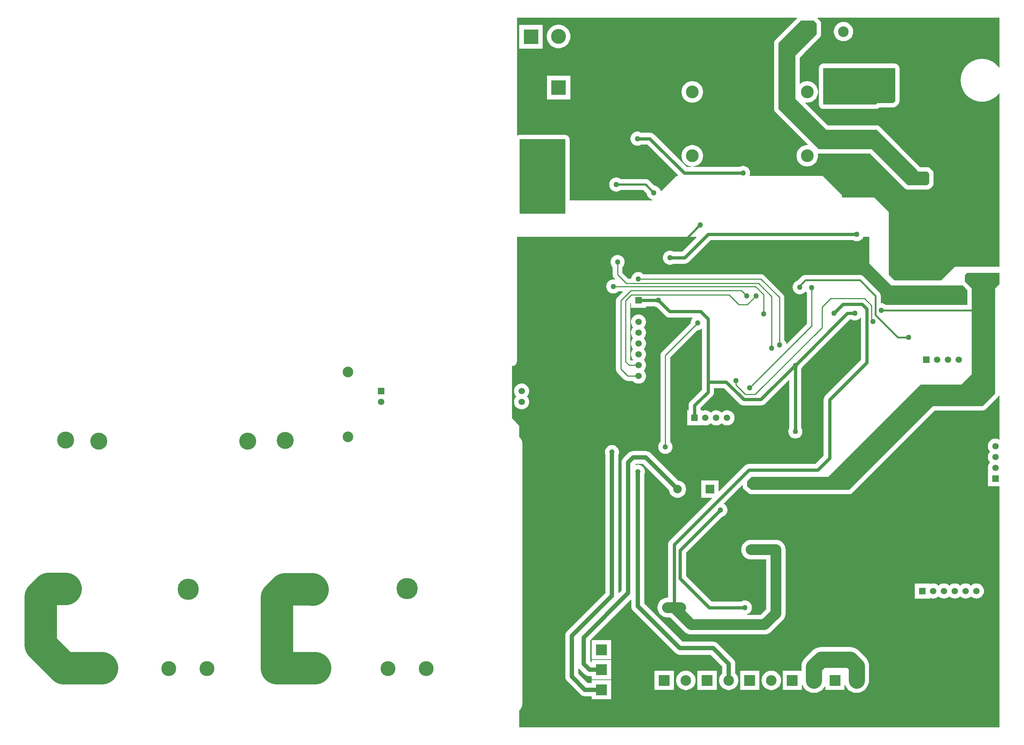
<source format=gbl>
G04 Layer_Physical_Order=2*
G04 Layer_Color=16711680*
%FSLAX25Y25*%
%MOIN*%
G70*
G01*
G75*
%ADD15R,0.13780X0.13780*%
%ADD18R,0.07874X0.07874*%
%ADD48C,0.02000*%
%ADD49C,0.03000*%
%ADD50C,0.00900*%
%ADD54C,0.01500*%
%ADD56C,0.10000*%
%ADD57C,0.04000*%
%ADD59C,0.30000*%
%ADD61C,0.15000*%
%ADD63C,0.09843*%
%ADD64R,0.09843X0.09843*%
%ADD65C,0.13780*%
%ADD66C,0.05906*%
%ADD67R,0.05906X0.05906*%
%ADD68R,0.05906X0.05906*%
%ADD69C,0.07874*%
%ADD70C,0.11811*%
%ADD71C,0.15748*%
%ADD72C,0.05000*%
%ADD73C,0.19685*%
G36*
X-380094Y417761D02*
Y349124D01*
X-380234D01*
X-380238Y349114D01*
X-421969D01*
X-421979Y349124D01*
X-422032D01*
X-422032Y349178D01*
X-422322Y349468D01*
X-422224Y417864D01*
X-380197D01*
X-380094Y417761D01*
D02*
G37*
G36*
X-148110Y525394D02*
X-147717Y525000D01*
Y518405D01*
Y514665D01*
X-161890Y500492D01*
X-167303Y495079D01*
Y465748D01*
Y455020D01*
X-148504Y436221D01*
X-138858Y426575D01*
X-93287D01*
X-92008Y426575D01*
X-55098Y389222D01*
X-53786Y387894D01*
X-45354Y387894D01*
X-43583Y386122D01*
Y378150D01*
X-43583Y377264D01*
X-45551Y375295D01*
X-63366D01*
X-70157Y382087D01*
X-81575Y393504D01*
X-96634Y408563D01*
X-145748D01*
X-172323Y435138D01*
X-182953Y445768D01*
Y507087D01*
X-182854D01*
X-162284Y527658D01*
X-150374D01*
X-148110Y525394D01*
D02*
G37*
G36*
X21465Y283846D02*
X17244Y279625D01*
Y276083D01*
Y260335D01*
X17244Y182501D01*
X5806Y171063D01*
X-40335D01*
X-117795Y93602D01*
X-162776Y93602D01*
X-207953D01*
X-211914Y96752D01*
Y101501D01*
X-207953Y105463D01*
X-189400Y105463D01*
X-161890Y105463D01*
X-137037D01*
X-51663Y190837D01*
X-13968Y190837D01*
X-4214Y200591D01*
Y279625D01*
X-9528Y285335D01*
X-10610Y286417D01*
Y292224D01*
X-8445Y294390D01*
X21465D01*
Y283846D01*
D02*
G37*
G36*
X-99094Y303051D02*
X-78770Y282726D01*
X-12625D01*
X-12432Y282533D01*
X-8248Y278038D01*
Y264535D01*
X-83663D01*
X-84442Y265175D01*
X-85571Y265778D01*
X-86797Y266150D01*
X-88071Y266276D01*
X-88398Y266572D01*
Y273031D01*
X-88561Y274271D01*
X-89040Y275427D01*
X-89801Y276419D01*
X-104368Y290986D01*
X-105360Y291748D01*
X-106516Y292226D01*
X-107756Y292389D01*
X-158150D01*
X-159390Y292226D01*
X-160545Y291748D01*
X-161537Y290986D01*
X-165461Y287063D01*
X-165866Y286940D01*
X-166995Y286336D01*
X-167985Y285524D01*
X-168797Y284534D01*
X-169400Y283405D01*
X-169772Y282180D01*
X-169898Y280906D01*
X-169772Y279631D01*
X-169400Y278406D01*
X-168797Y277277D01*
X-167985Y276287D01*
X-166995Y275475D01*
X-165866Y274871D01*
X-164640Y274500D01*
X-163366Y274374D01*
X-162092Y274500D01*
X-160867Y274871D01*
X-159737Y275475D01*
X-158748Y276287D01*
X-158248Y276895D01*
X-157713Y276884D01*
X-157643Y276845D01*
X-156862Y275893D01*
X-156732Y275787D01*
Y247233D01*
X-175302Y228663D01*
X-175801Y228872D01*
X-176131Y229960D01*
X-176735Y231089D01*
X-177547Y232079D01*
X-177677Y232186D01*
Y271457D01*
X-177677Y271457D01*
X-177830Y272618D01*
X-178278Y273701D01*
X-178992Y274630D01*
X-196019Y291658D01*
X-196949Y292371D01*
X-198031Y292820D01*
X-199193Y292973D01*
X-307854D01*
X-307960Y293103D01*
X-308950Y293915D01*
X-310079Y294518D01*
X-311304Y294890D01*
X-312579Y295016D01*
X-313853Y294890D01*
X-315078Y294518D01*
X-316207Y293915D01*
X-317197Y293103D01*
X-318009Y292113D01*
X-318613Y290984D01*
X-318985Y289758D01*
X-319057Y289023D01*
X-321927D01*
X-327283Y294379D01*
Y299606D01*
X-327153Y299712D01*
X-326341Y300702D01*
X-325737Y301831D01*
X-325366Y303057D01*
X-325240Y304331D01*
X-325366Y305605D01*
X-325737Y306830D01*
X-326341Y307959D01*
X-327153Y308949D01*
X-328143Y309761D01*
X-329272Y310365D01*
X-330497Y310737D01*
X-331772Y310862D01*
X-333046Y310737D01*
X-334271Y310365D01*
X-335400Y309761D01*
X-336390Y308949D01*
X-337202Y307959D01*
X-337806Y306830D01*
X-338178Y305605D01*
X-338303Y304331D01*
X-338178Y303057D01*
X-337806Y301831D01*
X-337202Y300702D01*
X-336390Y299712D01*
X-336260Y299606D01*
Y292520D01*
X-336107Y291358D01*
X-335659Y290276D01*
X-334945Y289346D01*
X-334105Y288506D01*
X-334363Y288077D01*
X-334435Y288099D01*
X-335709Y288224D01*
X-336983Y288099D01*
X-338208Y287727D01*
X-339337Y287124D01*
X-340327Y286311D01*
X-341139Y285322D01*
X-341743Y284192D01*
X-342115Y282967D01*
X-342240Y281693D01*
X-342115Y280419D01*
X-341743Y279193D01*
X-341139Y278064D01*
X-340327Y277075D01*
X-339337Y276262D01*
X-338208Y275659D01*
X-336983Y275287D01*
X-335709Y275162D01*
X-334435Y275287D01*
X-333209Y275659D01*
X-332080Y276262D01*
X-331090Y277075D01*
X-330983Y277204D01*
X-327119D01*
X-326928Y276743D01*
X-331894Y271776D01*
X-332608Y270847D01*
X-333056Y269764D01*
X-333209Y268602D01*
Y205118D01*
X-333056Y203956D01*
X-332608Y202874D01*
X-331894Y201944D01*
X-325615Y195665D01*
X-324685Y194951D01*
X-323603Y194503D01*
X-322441Y194350D01*
X-317693D01*
X-317322Y193898D01*
X-316263Y193030D01*
X-315055Y192384D01*
X-313745Y191986D01*
X-312382Y191852D01*
X-311019Y191986D01*
X-309708Y192384D01*
X-308501Y193030D01*
X-307442Y193898D01*
X-306573Y194957D01*
X-305927Y196165D01*
X-305530Y197476D01*
X-305396Y198839D01*
X-305530Y200202D01*
X-305927Y201512D01*
X-306573Y202720D01*
X-307183Y203464D01*
X-307406Y203839D01*
X-307183Y204213D01*
X-306573Y204957D01*
X-305927Y206165D01*
X-305530Y207476D01*
X-305396Y208839D01*
X-305530Y210202D01*
X-305927Y211512D01*
X-306573Y212720D01*
X-307183Y213464D01*
X-307406Y213839D01*
X-307183Y214213D01*
X-306573Y214957D01*
X-305927Y216165D01*
X-305530Y217476D01*
X-305396Y218839D01*
X-305530Y220201D01*
X-305927Y221512D01*
X-306573Y222720D01*
X-307183Y223464D01*
X-307406Y223839D01*
X-307183Y224213D01*
X-306573Y224957D01*
X-305927Y226165D01*
X-305530Y227476D01*
X-305396Y228839D01*
X-305530Y230202D01*
X-305927Y231512D01*
X-306573Y232720D01*
X-307183Y233464D01*
X-307406Y233839D01*
X-307183Y234213D01*
X-306573Y234957D01*
X-305927Y236165D01*
X-305530Y237476D01*
X-305396Y238839D01*
X-305530Y240201D01*
X-305927Y241512D01*
X-306573Y242720D01*
X-307183Y243464D01*
X-307406Y243839D01*
X-307183Y244213D01*
X-306573Y244957D01*
X-305927Y246165D01*
X-305530Y247476D01*
X-305396Y248839D01*
X-305530Y250202D01*
X-305927Y251512D01*
X-306573Y252720D01*
X-307442Y253779D01*
X-308501Y254647D01*
X-309708Y255293D01*
X-311019Y255691D01*
X-312382Y255825D01*
X-313745Y255691D01*
X-315055Y255293D01*
X-316263Y254647D01*
X-317322Y253779D01*
X-318191Y252720D01*
X-318836Y251512D01*
X-319234Y250202D01*
X-319368Y248839D01*
X-319234Y247476D01*
X-318836Y246165D01*
X-318191Y244957D01*
X-317581Y244213D01*
X-317358Y243839D01*
X-317581Y243464D01*
X-318191Y242720D01*
X-318836Y241512D01*
X-319234Y240201D01*
X-319368Y238839D01*
X-319234Y237476D01*
X-318836Y236165D01*
X-318191Y234957D01*
X-317581Y234213D01*
X-317358Y233839D01*
X-317581Y233464D01*
X-318191Y232720D01*
X-318836Y231512D01*
X-319234Y230202D01*
X-319368Y228839D01*
X-319234Y227476D01*
X-318836Y226165D01*
X-318191Y224957D01*
X-317581Y224213D01*
X-317358Y223839D01*
X-317581Y223464D01*
X-318191Y222720D01*
X-318836Y221512D01*
X-319234Y220201D01*
X-319368Y218839D01*
X-319234Y217476D01*
X-318836Y216165D01*
X-318191Y214957D01*
X-317581Y214213D01*
X-317358Y213839D01*
X-317581Y213464D01*
X-317693Y213327D01*
X-319263D01*
X-319901Y213966D01*
Y266252D01*
X-319835Y266296D01*
X-319335Y266029D01*
Y261886D01*
X-305429D01*
Y263291D01*
X-297460D01*
X-296476Y262765D01*
X-295488Y262465D01*
X-287564Y254542D01*
X-286416Y253660D01*
X-285078Y253106D01*
X-283642Y252917D01*
X-283642Y252917D01*
X-262540D01*
X-262440Y252637D01*
X-262404Y252417D01*
X-263187Y251463D01*
X-263790Y250334D01*
X-264162Y249109D01*
X-264287Y247835D01*
X-264271Y247667D01*
X-290753Y221186D01*
X-291466Y220256D01*
X-291914Y219174D01*
X-292067Y218012D01*
Y138091D01*
X-292197Y137985D01*
X-293009Y136995D01*
X-293613Y135866D01*
X-293985Y134640D01*
X-294110Y133366D01*
X-293985Y132092D01*
X-293613Y130867D01*
X-293009Y129737D01*
X-292197Y128748D01*
X-291207Y127935D01*
X-290078Y127332D01*
X-288853Y126960D01*
X-287579Y126835D01*
X-286304Y126960D01*
X-285079Y127332D01*
X-283950Y127935D01*
X-282960Y128748D01*
X-282148Y129737D01*
X-281544Y130867D01*
X-281173Y132092D01*
X-281047Y133366D01*
X-281173Y134640D01*
X-281544Y135866D01*
X-282148Y136995D01*
X-282960Y137985D01*
X-283090Y138091D01*
Y216153D01*
X-257923Y241320D01*
X-257756Y241303D01*
X-256482Y241429D01*
X-255256Y241800D01*
X-254158Y242388D01*
X-253882Y242311D01*
X-253658Y242205D01*
Y193209D01*
Y186353D01*
X-264454Y175557D01*
X-265336Y174408D01*
X-265890Y173070D01*
X-266079Y171634D01*
Y167189D01*
X-267484D01*
Y153284D01*
X-253579D01*
Y153491D01*
X-253079Y153743D01*
X-251894Y153384D01*
X-250532Y153250D01*
X-249168Y153384D01*
X-247858Y153782D01*
X-246650Y154427D01*
X-245906Y155038D01*
X-245532Y155261D01*
X-245157Y155038D01*
X-244413Y154427D01*
X-243205Y153782D01*
X-241895Y153384D01*
X-240531Y153250D01*
X-239169Y153384D01*
X-237858Y153782D01*
X-236650Y154427D01*
X-235906Y155038D01*
X-235531Y155261D01*
X-235157Y155038D01*
X-234413Y154427D01*
X-233205Y153782D01*
X-231894Y153384D01*
X-230532Y153250D01*
X-229169Y153384D01*
X-227858Y153782D01*
X-226650Y154427D01*
X-225591Y155296D01*
X-224723Y156355D01*
X-224077Y157563D01*
X-223679Y158873D01*
X-223545Y160236D01*
X-223679Y161599D01*
X-224077Y162910D01*
X-224723Y164118D01*
X-225591Y165176D01*
X-226650Y166045D01*
X-227858Y166691D01*
X-229169Y167088D01*
X-230532Y167223D01*
X-231894Y167088D01*
X-233205Y166691D01*
X-234413Y166045D01*
X-235157Y165435D01*
X-235531Y165212D01*
X-235906Y165435D01*
X-236650Y166045D01*
X-237858Y166691D01*
X-239169Y167088D01*
X-240531Y167223D01*
X-241895Y167088D01*
X-243205Y166691D01*
X-244413Y166045D01*
X-245157Y165435D01*
X-245532Y165212D01*
X-245906Y165435D01*
X-246650Y166045D01*
X-247858Y166691D01*
X-249168Y167088D01*
X-250532Y167223D01*
X-251894Y167088D01*
X-253079Y166729D01*
X-253579Y166982D01*
Y167189D01*
X-254984D01*
Y169336D01*
X-244188Y180132D01*
X-244188Y180132D01*
X-243306Y181281D01*
X-242752Y182619D01*
X-242563Y184055D01*
Y187661D01*
X-233479D01*
X-219060Y173243D01*
X-219060Y173243D01*
X-217912Y172361D01*
X-216574Y171807D01*
X-215138Y171618D01*
X-199193D01*
X-197757Y171807D01*
X-196419Y172361D01*
X-195270Y173243D01*
X-173411Y195102D01*
X-172949Y194911D01*
Y150950D01*
X-173436Y150039D01*
X-173808Y148813D01*
X-173933Y147539D01*
X-173808Y146265D01*
X-173436Y145040D01*
X-172832Y143911D01*
X-172020Y142921D01*
X-171030Y142109D01*
X-169901Y141505D01*
X-168676Y141133D01*
X-167402Y141008D01*
X-166127Y141133D01*
X-164902Y141505D01*
X-163773Y142109D01*
X-162783Y142921D01*
X-161971Y143911D01*
X-161367Y145040D01*
X-160996Y146265D01*
X-160870Y147539D01*
X-160996Y148813D01*
X-161367Y150039D01*
X-161854Y150950D01*
Y205251D01*
X-161367Y206162D01*
X-161068Y207150D01*
X-116915Y251303D01*
X-115792D01*
X-114882Y250816D01*
X-113656Y250444D01*
X-112382Y250319D01*
X-111108Y250444D01*
X-109882Y250816D01*
X-108753Y251420D01*
X-107764Y252232D01*
X-107307Y252788D01*
X-106807Y252609D01*
Y213715D01*
X-139631Y180891D01*
X-140513Y179742D01*
X-141067Y178404D01*
X-141256Y176969D01*
Y125329D01*
X-149128Y117457D01*
X-210512D01*
X-210512Y117457D01*
X-211948Y117268D01*
X-213285Y116714D01*
X-214435Y115832D01*
X-238038Y92229D01*
X-238500Y92420D01*
Y102130D01*
X-254374D01*
Y86256D01*
X-244664D01*
X-244473Y85794D01*
X-283431Y46836D01*
X-284312Y45687D01*
X-284866Y44349D01*
X-285055Y42913D01*
Y-6212D01*
X-285807D01*
X-287571Y-6386D01*
X-289268Y-6901D01*
X-290831Y-7737D01*
X-292202Y-8861D01*
X-293326Y-10232D01*
X-294162Y-11795D01*
X-294677Y-13492D01*
X-294851Y-15256D01*
X-294677Y-17020D01*
X-294162Y-18717D01*
X-293326Y-20280D01*
X-292202Y-21651D01*
X-290831Y-22775D01*
X-289268Y-23611D01*
X-287571Y-24126D01*
X-285807Y-24299D01*
X-283352D01*
X-270155Y-37497D01*
X-270155Y-37497D01*
X-268784Y-38622D01*
X-267221Y-39457D01*
X-265524Y-39972D01*
X-263760Y-40146D01*
X-263760Y-40146D01*
X-195945D01*
X-195945Y-40146D01*
X-194181Y-39972D01*
X-192484Y-39457D01*
X-190921Y-38622D01*
X-189550Y-37497D01*
X-179019Y-26966D01*
X-179019Y-26966D01*
X-177894Y-25595D01*
X-177058Y-24032D01*
X-176544Y-22335D01*
X-176370Y-20571D01*
X-176370Y-20571D01*
Y38287D01*
X-176544Y40052D01*
X-177058Y41748D01*
X-177894Y43312D01*
X-179019Y44682D01*
X-180389Y45807D01*
X-181953Y46643D01*
X-183649Y47157D01*
X-185413Y47331D01*
X-208445D01*
X-210209Y47157D01*
X-211906Y46643D01*
X-213469Y45807D01*
X-214840Y44682D01*
X-215964Y43312D01*
X-216800Y41748D01*
X-217315Y40052D01*
X-217489Y38287D01*
X-217315Y36523D01*
X-216800Y34827D01*
X-215964Y33263D01*
X-214840Y31893D01*
X-213469Y30768D01*
X-211906Y29932D01*
X-210209Y29418D01*
X-208445Y29244D01*
X-194457D01*
Y-16825D01*
X-199691Y-22059D01*
X-212367D01*
X-212441Y-21559D01*
X-211556Y-21290D01*
X-210426Y-20687D01*
X-209437Y-19874D01*
X-208624Y-18885D01*
X-208021Y-17755D01*
X-207649Y-16530D01*
X-207524Y-15256D01*
X-207649Y-13982D01*
X-208021Y-12756D01*
X-208624Y-11627D01*
X-209437Y-10638D01*
X-210426Y-9825D01*
X-211556Y-9222D01*
X-212781Y-8850D01*
X-214055Y-8725D01*
X-215329Y-8850D01*
X-216555Y-9222D01*
X-217465Y-9708D01*
X-244730D01*
X-268413Y13975D01*
Y35336D01*
X-235182Y68568D01*
X-234193Y68867D01*
X-233064Y69471D01*
X-232074Y70283D01*
X-231262Y71273D01*
X-230659Y72402D01*
X-230287Y73627D01*
X-230161Y74902D01*
X-230287Y76176D01*
X-230659Y77401D01*
X-231262Y78530D01*
X-232074Y79520D01*
X-233064Y80332D01*
X-233463Y80545D01*
X-233536Y81040D01*
X-216411Y98165D01*
X-215949Y97974D01*
Y96752D01*
X-215919Y96524D01*
X-215923Y96294D01*
X-215850Y96004D01*
X-215811Y95708D01*
X-215723Y95495D01*
X-215668Y95272D01*
X-215523Y95011D01*
X-215408Y94735D01*
X-215268Y94552D01*
X-215157Y94351D01*
X-214949Y94136D01*
X-214767Y93899D01*
X-214585Y93759D01*
X-214425Y93594D01*
X-210464Y90444D01*
X-210207Y90290D01*
X-209970Y90108D01*
X-209758Y90020D01*
X-209561Y89902D01*
X-209273Y89820D01*
X-208997Y89705D01*
X-208769Y89675D01*
X-208548Y89612D01*
X-208249Y89607D01*
X-207953Y89568D01*
X-162776D01*
X-117795Y89568D01*
X-116751Y89705D01*
X-115778Y90108D01*
X-114942Y90750D01*
X-114942Y90750D01*
X-38664Y167028D01*
X5806D01*
X6850Y167166D01*
X7823Y167569D01*
X8659Y168210D01*
X8659Y168210D01*
X20097Y179648D01*
X20097Y179648D01*
X20738Y180484D01*
X20965Y181032D01*
X21465Y180933D01*
Y140331D01*
X20965Y140032D01*
X20174Y140455D01*
X18863Y140852D01*
X17500Y140986D01*
X16137Y140852D01*
X14827Y140455D01*
X13619Y139809D01*
X12560Y138940D01*
X11691Y137881D01*
X11045Y136674D01*
X10648Y135363D01*
X10514Y134000D01*
X10648Y132637D01*
X11045Y131326D01*
X11691Y130119D01*
X12302Y129375D01*
X12524Y129000D01*
X12302Y128625D01*
X11691Y127881D01*
X11045Y126674D01*
X10648Y125363D01*
X10514Y124000D01*
X10648Y122637D01*
X11045Y121326D01*
X11691Y120119D01*
X12302Y119375D01*
X12524Y119000D01*
X12302Y118625D01*
X11691Y117881D01*
X11045Y116674D01*
X10648Y115363D01*
X10514Y114000D01*
X10648Y112637D01*
X11007Y111453D01*
X10755Y110953D01*
X10547D01*
Y97047D01*
X21465D01*
Y-125973D01*
X-422520D01*
Y-123130D01*
Y-110432D01*
X-422286Y-110198D01*
X-422046Y-109885D01*
X-421785Y-109587D01*
X-421031Y-108458D01*
X-420856Y-108104D01*
X-420658Y-107761D01*
X-420138Y-106507D01*
X-420036Y-106125D01*
X-419909Y-105750D01*
X-419644Y-104419D01*
X-419618Y-104024D01*
X-419566Y-103631D01*
Y-102953D01*
Y135039D01*
Y135718D01*
X-419618Y136110D01*
X-419644Y136505D01*
X-419909Y137837D01*
X-420036Y138211D01*
X-420138Y138593D01*
X-420658Y139848D01*
X-420856Y140190D01*
X-421031Y140545D01*
X-421785Y141674D01*
X-422046Y141971D01*
X-422286Y142285D01*
X-422520Y142518D01*
Y153051D01*
X-425571Y156102D01*
X-429311Y159843D01*
Y208158D01*
X-428136Y208313D01*
X-427042Y208766D01*
X-426102Y209487D01*
X-425380Y210427D01*
X-424927Y211522D01*
X-424772Y212697D01*
Y327461D01*
X-258971D01*
X-258780Y326999D01*
X-271963Y313815D01*
X-279936D01*
X-280847Y314302D01*
X-282072Y314674D01*
X-283347Y314799D01*
X-284621Y314674D01*
X-285846Y314302D01*
X-286975Y313698D01*
X-287965Y312886D01*
X-288777Y311896D01*
X-289381Y310767D01*
X-289752Y309542D01*
X-289878Y308268D01*
X-289752Y306994D01*
X-289381Y305768D01*
X-288777Y304639D01*
X-287965Y303649D01*
X-286975Y302837D01*
X-285846Y302233D01*
X-284621Y301862D01*
X-283347Y301736D01*
X-282072Y301862D01*
X-280847Y302233D01*
X-279936Y302720D01*
X-269665D01*
X-268230Y302909D01*
X-266892Y303464D01*
X-265743Y304345D01*
X-245616Y324472D01*
X-114021D01*
X-113110Y323985D01*
X-111884Y323614D01*
X-110610Y323488D01*
X-109336Y323614D01*
X-108111Y323985D01*
X-106982Y324589D01*
X-105992Y325401D01*
X-105180Y326391D01*
X-104608Y327461D01*
X-99094D01*
X-99094Y303051D01*
D02*
G37*
G36*
X21465Y484365D02*
X20987Y484220D01*
X20839Y484441D01*
X19132Y486388D01*
X17185Y488095D01*
X15033Y489533D01*
X12711Y490678D01*
X10260Y491510D01*
X7721Y492015D01*
X5138Y492184D01*
X2555Y492015D01*
X16Y491510D01*
X-2436Y490678D01*
X-4758Y489533D01*
X-6910Y488095D01*
X-8856Y486388D01*
X-10563Y484441D01*
X-12001Y482289D01*
X-13146Y479967D01*
X-13978Y477516D01*
X-14483Y474977D01*
X-14653Y472394D01*
X-14483Y469811D01*
X-13978Y467272D01*
X-13146Y464820D01*
X-12001Y462499D01*
X-10563Y460346D01*
X-8856Y458400D01*
X-6910Y456693D01*
X-4758Y455255D01*
X-2436Y454110D01*
X16Y453278D01*
X2555Y452773D01*
X5138Y452603D01*
X7721Y452773D01*
X10260Y453278D01*
X12711Y454110D01*
X15033Y455255D01*
X17185Y456693D01*
X19132Y458400D01*
X20839Y460346D01*
X20987Y460568D01*
X21465Y460423D01*
Y299902D01*
X-19961D01*
X-32559Y287303D01*
X-75669D01*
Y287303D01*
D01*
X-81083Y292717D01*
Y350492D01*
X-94468Y363878D01*
X-124488D01*
Y366437D01*
X-142106Y384055D01*
X-142303Y383858D01*
X-209307D01*
X-209620Y384358D01*
X-209322Y385340D01*
X-209197Y386614D01*
X-209322Y387888D01*
X-209694Y389114D01*
X-210298Y390243D01*
X-211110Y391233D01*
X-212100Y392045D01*
X-213229Y392649D01*
X-214454Y393020D01*
X-215728Y393146D01*
X-217003Y393020D01*
X-218228Y392649D01*
X-219139Y392162D01*
X-262085D01*
X-262109Y392662D01*
X-260735Y392797D01*
X-258868Y393363D01*
X-257147Y394283D01*
X-255639Y395521D01*
X-254401Y397029D01*
X-253481Y398750D01*
X-252915Y400617D01*
X-252724Y402559D01*
X-252915Y404501D01*
X-253481Y406368D01*
X-254401Y408089D01*
X-255639Y409597D01*
X-257147Y410835D01*
X-258868Y411755D01*
X-260735Y412321D01*
X-262677Y412513D01*
X-264619Y412321D01*
X-266486Y411755D01*
X-268207Y410835D01*
X-269715Y409597D01*
X-270953Y408089D01*
X-271873Y406368D01*
X-272439Y404501D01*
X-272631Y402559D01*
X-272439Y400617D01*
X-271873Y398750D01*
X-270953Y397029D01*
X-269715Y395521D01*
X-268207Y394283D01*
X-266486Y393363D01*
X-264619Y392797D01*
X-263245Y392662D01*
X-263270Y392162D01*
X-267761D01*
X-297928Y422328D01*
X-299077Y423210D01*
X-300415Y423764D01*
X-301850Y423953D01*
X-309956D01*
X-310867Y424440D01*
X-312092Y424812D01*
X-313366Y424937D01*
X-314640Y424812D01*
X-315866Y424440D01*
X-316995Y423836D01*
X-317985Y423024D01*
X-318797Y422034D01*
X-319400Y420905D01*
X-319772Y419680D01*
X-319898Y418405D01*
X-319772Y417131D01*
X-319400Y415906D01*
X-318797Y414777D01*
X-317985Y413787D01*
X-316995Y412975D01*
X-315866Y412371D01*
X-314640Y412000D01*
X-313366Y411874D01*
X-312092Y412000D01*
X-310867Y412371D01*
X-309956Y412858D01*
X-304148D01*
X-275610Y384320D01*
X-275802Y383858D01*
X-277343D01*
X-291336Y369865D01*
X-291902Y370006D01*
X-292174Y370905D01*
X-292778Y372034D01*
X-293590Y373024D01*
X-294580Y373836D01*
X-295709Y374440D01*
X-296935Y374812D01*
X-297652Y374882D01*
X-302280Y379511D01*
X-303325Y380312D01*
X-304541Y380816D01*
X-305847Y380988D01*
X-328813D01*
X-329285Y381376D01*
X-330414Y381979D01*
X-331639Y382351D01*
X-332913Y382476D01*
X-334188Y382351D01*
X-335413Y381979D01*
X-336542Y381376D01*
X-337532Y380563D01*
X-338344Y379573D01*
X-338948Y378444D01*
X-339319Y377219D01*
X-339445Y375945D01*
X-339319Y374671D01*
X-338948Y373445D01*
X-338344Y372316D01*
X-337532Y371326D01*
X-336542Y370514D01*
X-335413Y369911D01*
X-334188Y369539D01*
X-332913Y369413D01*
X-331639Y369539D01*
X-330414Y369911D01*
X-329285Y370514D01*
X-328813Y370902D01*
X-307935D01*
X-304664Y367630D01*
X-304615Y367131D01*
X-304243Y365906D01*
X-303639Y364777D01*
X-302827Y363787D01*
X-301837Y362975D01*
X-300708Y362371D01*
X-299809Y362099D01*
X-299684Y361598D01*
X-300011Y361221D01*
X-376059D01*
Y417761D01*
X-376197Y418805D01*
X-376600Y419778D01*
X-377241Y420614D01*
X-377241Y420614D01*
X-377344Y420717D01*
X-378180Y421358D01*
X-379153Y421761D01*
X-380197Y421899D01*
X-380197Y421899D01*
X-422224D01*
X-422230Y421898D01*
X-422236Y421899D01*
X-422750Y421830D01*
X-423263Y421763D01*
X-423266Y421762D01*
X-423269Y421761D01*
X-423274Y421759D01*
X-423279Y421758D01*
X-423759Y421558D01*
X-424237Y421361D01*
X-424239Y421359D01*
X-424242Y421358D01*
X-424246Y421355D01*
X-424251Y421352D01*
X-424272Y421337D01*
X-424772Y421582D01*
Y530304D01*
X-165996D01*
X-165805Y529842D01*
X-185383Y510264D01*
X-185806Y509939D01*
X-186447Y509104D01*
X-186850Y508131D01*
X-186987Y507087D01*
Y445768D01*
X-186987Y445768D01*
X-186850Y444724D01*
X-186447Y443750D01*
X-185806Y442915D01*
X-185806Y442915D01*
X-175176Y432285D01*
X-175176Y432285D01*
X-155822Y412931D01*
X-156035Y412479D01*
X-156378Y412513D01*
X-158320Y412321D01*
X-160187Y411755D01*
X-161908Y410835D01*
X-163416Y409597D01*
X-164654Y408089D01*
X-165574Y406368D01*
X-166140Y404501D01*
X-166331Y402559D01*
X-166140Y400617D01*
X-165574Y398750D01*
X-164654Y397029D01*
X-163416Y395521D01*
X-161908Y394283D01*
X-160187Y393363D01*
X-158320Y392797D01*
X-156378Y392606D01*
X-154436Y392797D01*
X-152569Y393363D01*
X-150848Y394283D01*
X-149340Y395521D01*
X-148102Y397029D01*
X-147182Y398750D01*
X-146616Y400617D01*
X-146424Y402559D01*
X-146580Y404134D01*
X-146134Y404579D01*
X-145748Y404529D01*
X-145748Y404529D01*
X-137258D01*
X-136890Y404492D01*
X-136521Y404529D01*
X-98305D01*
X-84428Y390651D01*
X-73010Y379234D01*
X-66219Y372442D01*
X-65383Y371801D01*
X-64410Y371398D01*
X-63366Y371261D01*
X-63366Y371261D01*
X-45551D01*
X-44507Y371398D01*
X-43534Y371801D01*
X-42698Y372442D01*
X-42698Y372443D01*
X-40730Y374411D01*
X-40730Y374411D01*
X-40089Y375247D01*
X-39836Y375857D01*
X-39686Y376220D01*
X-39686Y376220D01*
X-39636Y376595D01*
X-39548Y377264D01*
X-39548Y377264D01*
X-39548Y378150D01*
Y386122D01*
X-39608Y386573D01*
X-39686Y387166D01*
X-40089Y388139D01*
X-40089Y388139D01*
X-40730Y388975D01*
X-40730Y388975D01*
X-42501Y390746D01*
X-42501Y390746D01*
X-43049Y391166D01*
X-43337Y391388D01*
X-43337Y391388D01*
X-43337Y391388D01*
X-43817Y391587D01*
X-44310Y391791D01*
X-44310Y391791D01*
X-44310Y391791D01*
X-44594Y391828D01*
X-45354Y391928D01*
X-45354Y391928D01*
X-52100Y391928D01*
X-52228Y392058D01*
X-52229Y392058D01*
X-52229Y392058D01*
X-89138Y429411D01*
X-89148Y429418D01*
X-89155Y429428D01*
X-89564Y429741D01*
X-89970Y430057D01*
X-89981Y430061D01*
X-89991Y430069D01*
X-90466Y430266D01*
X-90940Y430466D01*
X-90952Y430467D01*
X-90964Y430472D01*
X-91474Y430539D01*
X-91984Y430609D01*
X-91996Y430608D01*
X-92008Y430609D01*
X-93287Y430609D01*
X-137187D01*
X-145651Y439073D01*
X-145651Y439073D01*
X-157885Y451307D01*
X-157657Y451787D01*
X-156378Y451661D01*
X-154436Y451852D01*
X-152569Y452418D01*
X-150848Y453338D01*
X-149340Y454576D01*
X-148102Y456084D01*
X-147182Y457805D01*
X-146616Y459672D01*
X-146424Y461614D01*
X-146616Y463556D01*
X-147182Y465423D01*
X-148102Y467144D01*
X-149340Y468652D01*
X-150848Y469890D01*
X-152569Y470810D01*
X-154436Y471376D01*
X-156378Y471568D01*
X-158320Y471376D01*
X-160187Y470810D01*
X-161908Y469890D01*
X-162817Y469144D01*
X-163269Y469358D01*
Y493408D01*
X-159037Y497639D01*
X-159037Y497639D01*
X-144864Y511812D01*
X-144223Y512648D01*
X-143819Y513621D01*
X-143682Y514665D01*
X-143682Y514665D01*
Y518405D01*
Y525000D01*
X-143682Y525000D01*
X-143819Y526044D01*
X-144223Y527017D01*
X-144864Y527853D01*
X-144864Y527853D01*
X-145257Y528246D01*
X-146853Y529842D01*
X-146661Y530304D01*
X21465D01*
Y484365D01*
D02*
G37*
%LPC*%
G36*
X-200665Y-73669D02*
X-218508D01*
Y-91512D01*
X-200665D01*
Y-73669D01*
D02*
G37*
G36*
X-240083D02*
X-257925D01*
Y-91512D01*
X-240083D01*
Y-73669D01*
D02*
G37*
G36*
X0Y6986D02*
X-1363Y6852D01*
X-2674Y6455D01*
X-3881Y5809D01*
X-4625Y5199D01*
X-5000Y4976D01*
X-5375Y5199D01*
X-6119Y5809D01*
X-7326Y6455D01*
X-8637Y6852D01*
X-10000Y6986D01*
X-11363Y6852D01*
X-12674Y6455D01*
X-13881Y5809D01*
X-14625Y5199D01*
X-15000Y4976D01*
X-15375Y5199D01*
X-16119Y5809D01*
X-17326Y6455D01*
X-18637Y6852D01*
X-20000Y6986D01*
X-21363Y6852D01*
X-22674Y6455D01*
X-23881Y5809D01*
X-24625Y5199D01*
X-25000Y4976D01*
X-25375Y5199D01*
X-26119Y5809D01*
X-27326Y6455D01*
X-28637Y6852D01*
X-30000Y6986D01*
X-31363Y6852D01*
X-32674Y6455D01*
X-33881Y5809D01*
X-34625Y5199D01*
X-35000Y4976D01*
X-35375Y5199D01*
X-36119Y5809D01*
X-37326Y6455D01*
X-38637Y6852D01*
X-40000Y6986D01*
X-41363Y6852D01*
X-42547Y6493D01*
X-43047Y6746D01*
Y6953D01*
X-56953D01*
Y-6953D01*
X-43047D01*
Y-6746D01*
X-42547Y-6493D01*
X-41363Y-6852D01*
X-40000Y-6986D01*
X-38637Y-6852D01*
X-37326Y-6455D01*
X-36119Y-5809D01*
X-35375Y-5199D01*
X-35000Y-4976D01*
X-34625Y-5199D01*
X-33881Y-5809D01*
X-32674Y-6455D01*
X-31363Y-6852D01*
X-30000Y-6986D01*
X-28637Y-6852D01*
X-27326Y-6455D01*
X-26119Y-5809D01*
X-25375Y-5199D01*
X-25000Y-4976D01*
X-24625Y-5199D01*
X-23881Y-5809D01*
X-22674Y-6455D01*
X-21363Y-6852D01*
X-20000Y-6986D01*
X-18637Y-6852D01*
X-17326Y-6455D01*
X-16119Y-5809D01*
X-15375Y-5199D01*
X-15000Y-4976D01*
X-14625Y-5199D01*
X-13881Y-5809D01*
X-12674Y-6455D01*
X-11363Y-6852D01*
X-10000Y-6986D01*
X-8637Y-6852D01*
X-7326Y-6455D01*
X-6119Y-5809D01*
X-5375Y-5199D01*
X-5000Y-4976D01*
X-4625Y-5199D01*
X-3881Y-5809D01*
X-2674Y-6455D01*
X-1363Y-6852D01*
X0Y-6986D01*
X1363Y-6852D01*
X2674Y-6455D01*
X3881Y-5809D01*
X4940Y-4940D01*
X5809Y-3881D01*
X6455Y-2674D01*
X6852Y-1363D01*
X6986Y0D01*
X6852Y1363D01*
X6455Y2674D01*
X5809Y3881D01*
X4940Y4940D01*
X3881Y5809D01*
X2674Y6455D01*
X1363Y6852D01*
X0Y6986D01*
D02*
G37*
G36*
X-337811Y-45311D02*
X-355654D01*
Y-63153D01*
X-337811D01*
Y-45311D01*
D02*
G37*
G36*
X-268622Y-73626D02*
X-270371Y-73798D01*
X-272053Y-74308D01*
X-273602Y-75137D01*
X-274961Y-76252D01*
X-276076Y-77610D01*
X-276904Y-79160D01*
X-277414Y-80841D01*
X-277587Y-82590D01*
X-277414Y-84339D01*
X-276904Y-86021D01*
X-276076Y-87571D01*
X-274961Y-88929D01*
X-273602Y-90044D01*
X-272053Y-90873D01*
X-270371Y-91383D01*
X-268622Y-91555D01*
X-266873Y-91383D01*
X-265192Y-90873D01*
X-263642Y-90044D01*
X-262283Y-88929D01*
X-261168Y-87571D01*
X-260340Y-86021D01*
X-259830Y-84339D01*
X-259658Y-82590D01*
X-259830Y-80841D01*
X-260340Y-79160D01*
X-261168Y-77610D01*
X-262283Y-76252D01*
X-263642Y-75137D01*
X-265192Y-74308D01*
X-266873Y-73798D01*
X-268622Y-73626D01*
D02*
G37*
G36*
X-116811Y-51752D02*
X-143484D01*
X-145289Y-51894D01*
X-147049Y-52316D01*
X-148721Y-53009D01*
X-150265Y-53955D01*
X-151641Y-55130D01*
X-158373Y-61863D01*
X-159549Y-63239D01*
X-160495Y-64783D01*
X-161187Y-66455D01*
X-161610Y-68215D01*
X-161752Y-70020D01*
Y-73669D01*
X-179138D01*
Y-91512D01*
X-161295D01*
Y-87201D01*
X-160795Y-87102D01*
X-160495Y-87827D01*
X-159549Y-89371D01*
X-158373Y-90747D01*
X-156997Y-91923D01*
X-155454Y-92869D01*
X-153781Y-93561D01*
X-152021Y-93984D01*
X-150216Y-94126D01*
X-148412Y-93984D01*
X-146652Y-93561D01*
X-144979Y-92869D01*
X-143436Y-91923D01*
X-142060Y-90747D01*
X-140884Y-89371D01*
X-140268Y-88365D01*
X-139768Y-88506D01*
Y-91512D01*
X-121925D01*
Y-87201D01*
X-121425Y-87102D01*
X-121125Y-87827D01*
X-120179Y-89371D01*
X-119003Y-90747D01*
X-117627Y-91923D01*
X-116084Y-92869D01*
X-114411Y-93561D01*
X-112651Y-93984D01*
X-110846Y-94126D01*
X-109042Y-93984D01*
X-107282Y-93561D01*
X-105609Y-92869D01*
X-104066Y-91923D01*
X-102690Y-90747D01*
X-101514Y-89371D01*
X-100568Y-87827D01*
X-99875Y-86155D01*
X-99453Y-84395D01*
X-99311Y-82590D01*
Y-69252D01*
X-99453Y-67447D01*
X-99875Y-65687D01*
X-100568Y-64015D01*
X-101514Y-62471D01*
X-102690Y-61095D01*
X-108654Y-55130D01*
X-110031Y-53955D01*
X-111574Y-53009D01*
X-113246Y-52316D01*
X-115006Y-51894D01*
X-116811Y-51752D01*
D02*
G37*
G36*
X-279701Y-73669D02*
X-297543D01*
Y-91512D01*
X-279701D01*
Y-73669D01*
D02*
G37*
G36*
X-189587Y-73626D02*
X-191335Y-73798D01*
X-193017Y-74308D01*
X-194567Y-75137D01*
X-195925Y-76252D01*
X-197040Y-77610D01*
X-197869Y-79160D01*
X-198379Y-80841D01*
X-198551Y-82590D01*
X-198379Y-84339D01*
X-197869Y-86021D01*
X-197040Y-87571D01*
X-195925Y-88929D01*
X-194567Y-90044D01*
X-193017Y-90873D01*
X-191335Y-91383D01*
X-189587Y-91555D01*
X-187838Y-91383D01*
X-186156Y-90873D01*
X-184606Y-90044D01*
X-183248Y-88929D01*
X-182133Y-87571D01*
X-181305Y-86021D01*
X-180795Y-84339D01*
X-180622Y-82590D01*
X-180795Y-80841D01*
X-181305Y-79160D01*
X-182133Y-77610D01*
X-183248Y-76252D01*
X-184606Y-75137D01*
X-186156Y-74308D01*
X-187838Y-73798D01*
X-189587Y-73626D01*
D02*
G37*
G36*
X-336890Y135012D02*
X-338164Y134886D01*
X-339389Y134514D01*
X-340518Y133911D01*
X-341508Y133099D01*
X-342320Y132109D01*
X-342924Y130980D01*
X-343296Y129754D01*
X-343421Y128480D01*
X-343296Y127206D01*
X-342924Y125981D01*
X-342919Y125971D01*
Y-1735D01*
X-378259Y-37075D01*
X-379009Y-37989D01*
X-379566Y-39031D01*
X-379909Y-40162D01*
X-380025Y-41339D01*
Y-79134D01*
X-379909Y-80310D01*
X-379566Y-81441D01*
X-379009Y-82483D01*
X-378259Y-83397D01*
X-366153Y-95503D01*
X-365240Y-96253D01*
X-364197Y-96810D01*
X-363066Y-97153D01*
X-361890Y-97269D01*
X-355654D01*
Y-100161D01*
X-337811D01*
Y-82319D01*
X-355654D01*
Y-85211D01*
X-359393D01*
X-367967Y-76637D01*
Y-71557D01*
X-367496Y-71388D01*
X-367334Y-71586D01*
X-361921Y-76999D01*
X-361921Y-76999D01*
X-361007Y-77749D01*
X-359965Y-78306D01*
X-358834Y-78649D01*
X-357658Y-78765D01*
X-357657Y-78765D01*
X-355654D01*
Y-81657D01*
X-337811D01*
Y-63815D01*
X-355654D01*
Y-65561D01*
X-356116Y-65752D01*
X-357042Y-64825D01*
Y-45411D01*
X-319463Y-7832D01*
X-319002Y-8024D01*
Y-14075D01*
X-318886Y-15251D01*
X-318543Y-16382D01*
X-317986Y-17424D01*
X-317236Y-18338D01*
X-278456Y-57117D01*
X-277542Y-57867D01*
X-276500Y-58424D01*
X-275369Y-58767D01*
X-274193Y-58883D01*
X-245883D01*
X-235033Y-69734D01*
Y-75997D01*
X-235343Y-76252D01*
X-236457Y-77610D01*
X-237286Y-79160D01*
X-237796Y-80841D01*
X-237968Y-82590D01*
X-237796Y-84339D01*
X-237286Y-86021D01*
X-236457Y-87571D01*
X-235343Y-88929D01*
X-233984Y-90044D01*
X-232434Y-90873D01*
X-230753Y-91383D01*
X-229004Y-91555D01*
X-227255Y-91383D01*
X-225573Y-90873D01*
X-224024Y-90044D01*
X-222665Y-88929D01*
X-221550Y-87571D01*
X-220722Y-86021D01*
X-220212Y-84339D01*
X-220039Y-82590D01*
X-220212Y-80841D01*
X-220722Y-79160D01*
X-221550Y-77610D01*
X-222665Y-76252D01*
X-222975Y-75997D01*
Y-67236D01*
X-223091Y-66060D01*
X-223434Y-64929D01*
X-223991Y-63887D01*
X-224741Y-62973D01*
X-239123Y-48591D01*
X-240036Y-47841D01*
X-241079Y-47284D01*
X-242210Y-46941D01*
X-243386Y-46825D01*
X-271696D01*
X-306943Y-11577D01*
Y107825D01*
X-306938Y107835D01*
X-306567Y109060D01*
X-306441Y110335D01*
X-306567Y111609D01*
X-306938Y112834D01*
X-307542Y113963D01*
X-308354Y114953D01*
X-309344Y115765D01*
X-310473Y116369D01*
X-311698Y116741D01*
X-312973Y116866D01*
X-314247Y116741D01*
X-315117Y116477D01*
X-315382Y116919D01*
X-314806Y117495D01*
X-308186D01*
X-284274Y93582D01*
X-284180Y92637D01*
X-283727Y91141D01*
X-282990Y89762D01*
X-281998Y88554D01*
X-280789Y87562D01*
X-279410Y86825D01*
X-277914Y86371D01*
X-276358Y86218D01*
X-274802Y86371D01*
X-273306Y86825D01*
X-271927Y87562D01*
X-270719Y88554D01*
X-269727Y89762D01*
X-268990Y91141D01*
X-268536Y92637D01*
X-268383Y94193D01*
X-268536Y95749D01*
X-268990Y97245D01*
X-269727Y98624D01*
X-270719Y99832D01*
X-271927Y100824D01*
X-273306Y101561D01*
X-274802Y102015D01*
X-275747Y102108D01*
X-301426Y127787D01*
X-302340Y128537D01*
X-303382Y129094D01*
X-304513Y129437D01*
X-305689Y129553D01*
X-317303D01*
X-318479Y129437D01*
X-319610Y129094D01*
X-320653Y128537D01*
X-321566Y127787D01*
X-326291Y123062D01*
X-327041Y122149D01*
X-327598Y121106D01*
X-327941Y119975D01*
X-328057Y118799D01*
Y627D01*
X-330399Y-1715D01*
X-330861Y-1524D01*
Y125971D01*
X-330855Y125981D01*
X-330484Y127206D01*
X-330358Y128480D01*
X-330484Y129754D01*
X-330855Y130980D01*
X-331459Y132109D01*
X-332271Y133099D01*
X-333261Y133911D01*
X-334390Y134514D01*
X-335616Y134886D01*
X-336890Y135012D01*
D02*
G37*
G36*
X-420484Y191975D02*
X-421847Y191840D01*
X-423158Y191443D01*
X-424366Y190797D01*
X-425424Y189928D01*
X-426293Y188870D01*
X-426939Y187662D01*
X-427336Y186351D01*
X-427471Y184988D01*
X-427336Y183625D01*
X-426939Y182315D01*
X-426293Y181107D01*
X-425683Y180363D01*
X-425460Y179988D01*
X-425683Y179613D01*
X-426293Y178870D01*
X-426939Y177662D01*
X-427336Y176351D01*
X-427471Y174988D01*
X-427336Y173625D01*
X-426939Y172315D01*
X-426293Y171107D01*
X-425424Y170048D01*
X-424366Y169179D01*
X-423158Y168534D01*
X-421847Y168136D01*
X-420484Y168002D01*
X-419121Y168136D01*
X-417811Y168534D01*
X-416603Y169179D01*
X-415544Y170048D01*
X-414675Y171107D01*
X-414030Y172315D01*
X-413632Y173625D01*
X-413498Y174988D01*
X-413632Y176351D01*
X-414030Y177662D01*
X-414675Y178870D01*
X-415286Y179613D01*
X-415509Y179988D01*
X-415286Y180363D01*
X-414675Y181107D01*
X-414030Y182315D01*
X-413632Y183625D01*
X-413498Y184988D01*
X-413632Y186351D01*
X-414030Y187662D01*
X-414675Y188870D01*
X-415544Y189928D01*
X-416603Y190797D01*
X-417811Y191443D01*
X-419121Y191840D01*
X-420484Y191975D01*
D02*
G37*
G36*
X-375382Y476536D02*
X-397161D01*
Y454756D01*
X-375382D01*
Y476536D01*
D02*
G37*
G36*
X-75531Y487794D02*
X-75546Y487792D01*
X-141516D01*
X-142560Y487655D01*
X-143533Y487252D01*
X-144369Y486611D01*
X-145010Y485775D01*
X-145413Y484802D01*
X-145550Y483758D01*
X-145550Y450098D01*
X-145413Y449054D01*
X-145010Y448081D01*
X-144369Y447246D01*
X-144369Y447246D01*
X-144172Y447049D01*
X-143336Y446408D01*
X-142363Y446004D01*
X-141319Y445867D01*
X-141319Y445867D01*
X-92894D01*
X-92894Y445867D01*
X-91849Y446004D01*
X-90877Y446408D01*
X-90041Y447049D01*
X-90041Y447049D01*
X-89845Y447245D01*
X-76949D01*
X-75905Y447382D01*
X-74932Y447786D01*
X-74096Y448427D01*
X-72324Y450198D01*
X-71683Y451034D01*
X-71280Y452007D01*
X-71143Y453051D01*
X-71143Y453051D01*
Y483406D01*
X-71280Y484451D01*
X-71683Y485424D01*
X-72324Y486259D01*
X-72324Y486259D01*
X-72678Y486613D01*
X-73513Y487254D01*
X-74486Y487657D01*
X-75531Y487794D01*
D02*
G37*
G36*
X-262677Y471568D02*
X-264619Y471376D01*
X-266486Y470810D01*
X-268207Y469890D01*
X-269715Y468652D01*
X-270953Y467144D01*
X-271873Y465423D01*
X-272439Y463556D01*
X-272631Y461614D01*
X-272439Y459672D01*
X-271873Y457805D01*
X-270953Y456084D01*
X-269715Y454576D01*
X-268207Y453338D01*
X-266486Y452418D01*
X-264619Y451852D01*
X-262677Y451661D01*
X-260735Y451852D01*
X-258868Y452418D01*
X-257147Y453338D01*
X-255639Y454576D01*
X-254401Y456084D01*
X-253481Y457805D01*
X-252915Y459672D01*
X-252724Y461614D01*
X-252915Y463556D01*
X-253481Y465423D01*
X-254401Y467144D01*
X-255639Y468652D01*
X-257147Y469890D01*
X-258868Y470810D01*
X-260735Y471376D01*
X-262677Y471568D01*
D02*
G37*
G36*
X-400957Y523477D02*
X-422736D01*
Y501697D01*
X-400957D01*
Y523477D01*
D02*
G37*
G36*
X-122894Y526386D02*
X-124643Y526214D01*
X-126324Y525703D01*
X-127874Y524875D01*
X-129233Y523760D01*
X-130347Y522402D01*
X-131176Y520852D01*
X-131686Y519170D01*
X-131858Y517421D01*
X-131686Y515672D01*
X-131176Y513991D01*
X-130347Y512441D01*
X-129233Y511083D01*
X-127874Y509968D01*
X-126324Y509139D01*
X-124643Y508629D01*
X-122894Y508457D01*
X-121145Y508629D01*
X-119463Y509139D01*
X-117913Y509968D01*
X-116555Y511083D01*
X-115440Y512441D01*
X-114612Y513991D01*
X-114102Y515672D01*
X-113929Y517421D01*
X-114102Y519170D01*
X-114612Y520852D01*
X-115440Y522402D01*
X-116555Y523760D01*
X-117913Y524875D01*
X-119463Y525703D01*
X-121145Y526214D01*
X-122894Y526386D01*
D02*
G37*
G36*
X-386272Y523813D02*
X-387980Y523679D01*
X-389647Y523279D01*
X-391231Y522623D01*
X-392692Y521727D01*
X-393995Y520614D01*
X-395109Y519311D01*
X-396004Y517849D01*
X-396660Y516265D01*
X-397060Y514599D01*
X-397195Y512890D01*
X-397060Y511181D01*
X-396660Y509515D01*
X-396004Y507931D01*
X-395109Y506469D01*
X-393995Y505166D01*
X-392692Y504053D01*
X-391231Y503157D01*
X-389647Y502501D01*
X-387980Y502101D01*
X-386272Y501967D01*
X-384563Y502101D01*
X-382896Y502501D01*
X-381312Y503157D01*
X-379851Y504053D01*
X-378547Y505166D01*
X-377434Y506469D01*
X-376539Y507931D01*
X-375883Y509515D01*
X-375483Y511181D01*
X-375348Y512890D01*
X-375483Y514599D01*
X-375883Y516265D01*
X-376539Y517849D01*
X-377434Y519311D01*
X-378547Y520614D01*
X-379851Y521727D01*
X-381312Y522623D01*
X-382896Y523279D01*
X-384563Y523679D01*
X-386272Y523813D01*
D02*
G37*
%LPD*%
G36*
X-75177Y483406D02*
Y453051D01*
X-76949Y451280D01*
X-91516D01*
X-92894Y449902D01*
X-141319D01*
X-141516Y450098D01*
X-141516Y483758D01*
X-75533D01*
X-75531Y483760D01*
X-75177Y483406D01*
D02*
G37*
D15*
X-411846Y512587D02*
D03*
X-386272Y465646D02*
D03*
D18*
X-246437Y94193D02*
D03*
D48*
X-273406Y322047D02*
X-271831D01*
X-255394Y338484D01*
Y336811D02*
Y338484D01*
X-305847Y375945D02*
X-298209Y368307D01*
X-332913Y375945D02*
X-305847D01*
D49*
X-270059Y386614D02*
X-215728D01*
X-301850Y418405D02*
X-270059Y386614D01*
X-313366Y418405D02*
X-301850D01*
X-269665Y308268D02*
X-247913Y330020D01*
X-283347Y308268D02*
X-269665D01*
X-247913Y330020D02*
X-110610D01*
X-135709Y123031D02*
Y176969D01*
X-293976Y268799D02*
X-283642Y258465D01*
X-312382Y268839D02*
X-294016D01*
X-293976Y268799D01*
X-283642Y258465D02*
X-255000D01*
X-248110Y251575D01*
X-260531Y171634D02*
X-248110Y184055D01*
X-260531Y160236D02*
Y171634D01*
X-248110Y193209D02*
X-231181D01*
X-215138Y177165D01*
X-248110Y184055D02*
Y193209D01*
Y251575D01*
X-215138Y177165D02*
X-199193D01*
X-167697Y208661D01*
X-167402D01*
X-119213Y256850D01*
X-112382D01*
X-167402Y147539D02*
Y208661D01*
X-131772Y256890D02*
X-131772D01*
X-123406Y265256D01*
X-105689D01*
X-101260Y260827D01*
Y211417D02*
Y260827D01*
X-135709Y176969D02*
X-101260Y211417D01*
X-247028Y-15256D02*
X-214055D01*
X-273960Y11677D02*
X-247028Y-15256D01*
X-273960Y11677D02*
Y37634D01*
X-236693Y74902D02*
X-236102D01*
X-273960Y37634D02*
X-236693Y74902D01*
X-279508Y42913D02*
X-210512Y111909D01*
X-146831D01*
X-135709Y123031D01*
X-279508Y-15354D02*
Y-15256D01*
Y42913D01*
D50*
X-331772Y292520D02*
X-323786Y284534D01*
X-310943D01*
X-310930Y284547D02*
X-201358D01*
X-310943Y284534D02*
X-310930Y284547D01*
X-201358D02*
X-189252Y272441D01*
X-331772Y292520D02*
Y304331D01*
X-189252Y224705D02*
Y272441D01*
X-199193Y288484D02*
X-182165Y271457D01*
Y227658D02*
Y271457D01*
X-312579Y288484D02*
X-199193D01*
X-335709Y281693D02*
X-204311D01*
X-211890Y264862D02*
X-203819Y272933D01*
X-219567Y264862D02*
X-211890D01*
X-217402Y277854D02*
X-212480Y272933D01*
X-319468Y277854D02*
X-217402D01*
X-328720Y268602D02*
X-319468Y277854D01*
X-204311Y281693D02*
X-196831Y274213D01*
Y256299D02*
Y274213D01*
X-328720Y205118D02*
Y268602D01*
X-228720Y274016D02*
X-219567Y264862D01*
X-318878Y274016D02*
X-228720D01*
X-324390Y268504D02*
X-318878Y274016D01*
X-324390Y212106D02*
Y268504D01*
X-103425Y270571D02*
X-96929Y264075D01*
Y250492D02*
Y264075D01*
Y250492D02*
X-95846Y249410D01*
X-134724Y270571D02*
X-103425D01*
X-142697Y262599D02*
X-134724Y270571D01*
X-152244Y245965D02*
Y280512D01*
Y245965D02*
X-151949Y245669D01*
X-209724Y187894D02*
X-151949Y245669D01*
X-321122Y208839D02*
X-312382D01*
X-324390Y212106D02*
X-321122Y208839D01*
X-328720Y205118D02*
X-322441Y198839D01*
X-312382D01*
X-287579Y133366D02*
Y218012D01*
X-257756Y247835D01*
X-222323Y190453D02*
Y194783D01*
Y190453D02*
X-213661Y181791D01*
X-204606D01*
X-142697Y243701D01*
Y262599D01*
D54*
X-93189Y255118D02*
X-72716Y234646D01*
X-62677D01*
X-93189Y255118D02*
Y273031D01*
X-107756Y287598D02*
X-93189Y273031D01*
X-158150Y287598D02*
X-107756D01*
X-163366Y282382D02*
X-158150Y287598D01*
X-163366Y280906D02*
Y282382D01*
X-88071Y259744D02*
X610D01*
X-88661D02*
X-88071D01*
D56*
X7303Y236713D02*
Y288779D01*
X-174784Y449016D02*
X-142303Y416535D01*
X-174784Y449016D02*
Y502264D01*
X-156378Y520669D01*
X-406378Y412057D02*
X-395748D01*
X-385118D01*
Y356644D02*
Y412057D01*
X-417008Y356644D02*
X-406378D01*
X-395748D01*
X-385118D01*
X-417008D02*
Y412057D01*
X-195945Y-31102D02*
X-185413Y-20571D01*
X-263760Y-31102D02*
X-195945D01*
X-185413Y-20571D02*
Y38287D01*
X-208445D02*
X-197126D01*
X-185413D01*
X-279508Y-15256D02*
X-273406D01*
X-285807D02*
X-279606D01*
X-279508D01*
Y-15354D02*
X-263760Y-31102D01*
D57*
X-229004Y-82590D02*
Y-67236D01*
X-243386Y-52854D02*
X-229004Y-67236D01*
X-274193Y-52854D02*
X-243386D01*
X-312973Y-14075D02*
X-274193Y-52854D01*
X-312973Y-14075D02*
Y110335D01*
X-305689Y123524D02*
X-276358Y94193D01*
X-317303Y123524D02*
X-305689D01*
X-363071Y-67323D02*
Y-42913D01*
Y-67323D02*
X-357658Y-72736D01*
X-346732D01*
X-361890Y-91240D02*
X-346732D01*
X-373996Y-79134D02*
X-361890Y-91240D01*
X-373996Y-79134D02*
Y-41339D01*
X-363071Y-42913D02*
X-322028Y-1870D01*
Y118799D01*
X-317303Y123524D01*
X-373996Y-41339D02*
X-336890Y-4232D01*
Y128480D01*
D59*
X-843760Y-71468D02*
X-808327D01*
X-865138Y-50090D02*
X-843760Y-71468D01*
X-865138Y-50090D02*
Y-5512D01*
X-857657Y1969D02*
X-842106D01*
X-646760Y-71468D02*
X-611327D01*
X-646760D02*
Y-6130D01*
X-639153Y1476D01*
X-613957D01*
X-613661Y1181D01*
X-865138Y-5512D02*
X-857657Y1969D01*
D61*
X-143484Y-63287D02*
X-116811D01*
X-110846Y-69252D01*
Y-82590D02*
Y-69252D01*
X-150216Y-70020D02*
X-143484Y-63287D01*
X-150216Y-82590D02*
Y-70020D01*
D63*
X-229004Y-82590D02*
D03*
X-110846D02*
D03*
X-189587D02*
D03*
X-150216D02*
D03*
X-580984Y202539D02*
D03*
Y142539D02*
D03*
X-62894Y517421D02*
D03*
X-122894D02*
D03*
X-268622Y-82590D02*
D03*
D64*
X-249004D02*
D03*
X-130847D02*
D03*
X-209587D02*
D03*
X-170217D02*
D03*
X-346732Y-91240D02*
D03*
Y-72736D02*
D03*
Y-54232D02*
D03*
X-288622Y-82590D02*
D03*
D65*
X-746732Y-71850D02*
D03*
X-711299D02*
D03*
X-544173Y-71555D02*
D03*
X-508740D02*
D03*
X-411846Y465343D02*
D03*
X-386272Y512890D02*
D03*
X-843760Y-71468D02*
D03*
X-808327D02*
D03*
X-646760D02*
D03*
X-611327D02*
D03*
D66*
X-220532Y160236D02*
D03*
X-230532D02*
D03*
X-240531D02*
D03*
X-250532D02*
D03*
X-312382Y258839D02*
D03*
Y248839D02*
D03*
Y238839D02*
D03*
Y228839D02*
D03*
Y218839D02*
D03*
Y208839D02*
D03*
Y198839D02*
D03*
X-550406Y174988D02*
D03*
X-420484D02*
D03*
Y184988D02*
D03*
X17500Y114000D02*
D03*
Y124000D02*
D03*
Y134000D02*
D03*
Y144000D02*
D03*
X0Y0D02*
D03*
X-10000D02*
D03*
X-20000D02*
D03*
X-30000D02*
D03*
X-40000D02*
D03*
X-36500Y214000D02*
D03*
X-26500D02*
D03*
X-16500D02*
D03*
D67*
X-260531Y160236D02*
D03*
X-50000Y0D02*
D03*
X-46500Y214000D02*
D03*
D68*
X-312382Y268839D02*
D03*
X-550406Y184988D02*
D03*
X17500Y104000D02*
D03*
D69*
X-276358Y94193D02*
D03*
D70*
X-262677Y402559D02*
D03*
Y461614D02*
D03*
Y520669D02*
D03*
X-156378D02*
D03*
Y461614D02*
D03*
Y402559D02*
D03*
D71*
X-811496Y138681D02*
D03*
X-673701D02*
D03*
X-639153Y139272D02*
D03*
Y1476D02*
D03*
X-842106Y139764D02*
D03*
Y1969D02*
D03*
D72*
X-341910Y322342D02*
D03*
X-189252Y224705D02*
D03*
X-182165Y227461D02*
D03*
X-312579Y288484D02*
D03*
X-331772Y304331D02*
D03*
X-215728Y386614D02*
D03*
X-313366Y418405D02*
D03*
X-298209Y368406D02*
D03*
X-332913Y375945D02*
D03*
X-283347Y308268D02*
D03*
X-62677Y234646D02*
D03*
X-163366Y280906D02*
D03*
X-152244Y280512D02*
D03*
X-95846Y249410D02*
D03*
X-88071Y259744D02*
D03*
X-36988Y278937D02*
D03*
Y272539D02*
D03*
X-136890Y411024D02*
D03*
X-23799Y449409D02*
D03*
X-16319D02*
D03*
X-23799Y442717D02*
D03*
X-78917Y471358D02*
D03*
X-88661Y480315D02*
D03*
Y471358D02*
D03*
X-78917Y480315D02*
D03*
X-135906Y479724D02*
D03*
Y455413D02*
D03*
Y463517D02*
D03*
Y471621D02*
D03*
X-252441Y37795D02*
D03*
X-246339D02*
D03*
X-240236D02*
D03*
X-234134D02*
D03*
X-203819Y272933D02*
D03*
X-212480D02*
D03*
X-196831Y256299D02*
D03*
X-101752Y5610D02*
D03*
Y18602D02*
D03*
X-103622Y31594D02*
D03*
X-130492Y-7382D02*
D03*
X-117057D02*
D03*
X-103622D02*
D03*
X-117057Y31594D02*
D03*
X-130492D02*
D03*
X5335Y289961D02*
D03*
X-965D02*
D03*
X-7264D02*
D03*
X-258543Y37795D02*
D03*
X-228031D02*
D03*
X-312973Y110335D02*
D03*
X-110610Y330020D02*
D03*
X-257756Y247835D02*
D03*
X-287579Y133366D02*
D03*
X-209724Y187894D02*
D03*
X-293976Y268799D02*
D03*
X-167402Y208661D02*
D03*
X-335709Y281693D02*
D03*
X-46831Y378740D02*
D03*
Y385039D02*
D03*
X-52835Y378740D02*
D03*
X-58839D02*
D03*
Y385039D02*
D03*
X-52835D02*
D03*
X17933Y289961D02*
D03*
X11634D02*
D03*
X-405787Y31496D02*
D03*
X-395158D02*
D03*
X-384528D02*
D03*
X-373898D02*
D03*
X-406083Y87303D02*
D03*
X-384823D02*
D03*
X-374193D02*
D03*
X-336890Y128480D02*
D03*
X-377343Y231102D02*
D03*
X-346339Y26969D02*
D03*
X-324587Y461614D02*
D03*
X-330935D02*
D03*
X-337283D02*
D03*
X-416614Y453937D02*
D03*
X-408445Y453839D02*
D03*
X-417008Y356644D02*
D03*
Y412057D02*
D03*
X-395748D02*
D03*
X-385118D02*
D03*
Y356644D02*
D03*
X-406378D02*
D03*
X-395748D02*
D03*
X-406378Y412057D02*
D03*
X-368189Y363976D02*
D03*
X-362726D02*
D03*
X-255394Y338484D02*
D03*
X-110413Y400787D02*
D03*
X-16319Y442717D02*
D03*
X-58937Y471752D02*
D03*
Y478445D02*
D03*
X-66417Y471752D02*
D03*
Y478445D02*
D03*
X-131772Y256890D02*
D03*
X-175965Y291339D02*
D03*
X-160512Y249803D02*
D03*
X-282756Y250000D02*
D03*
X-222323Y194783D02*
D03*
X-36988Y266831D02*
D03*
X-40827Y290846D02*
D03*
Y310531D02*
D03*
Y300689D02*
D03*
X-72323D02*
D03*
Y310531D02*
D03*
Y290846D02*
D03*
X-214055Y-15256D02*
D03*
X-236693Y74902D02*
D03*
X-183051Y99114D02*
D03*
X-205984D02*
D03*
X-194518D02*
D03*
X-185413Y38287D02*
D03*
X-208839D02*
D03*
X-197126D02*
D03*
X-285807Y-15256D02*
D03*
X-273406D02*
D03*
X-279606D02*
D03*
X-167402Y147539D02*
D03*
X-118189Y97441D02*
D03*
X-283051Y387008D02*
D03*
X-77441Y-86319D02*
D03*
X-112382Y256850D02*
D03*
X-143455Y191781D02*
D03*
D73*
X-613661Y1181D02*
D03*
X-866220Y-2264D02*
D03*
X-728819Y1476D02*
D03*
X-526260Y2264D02*
D03*
M02*

</source>
